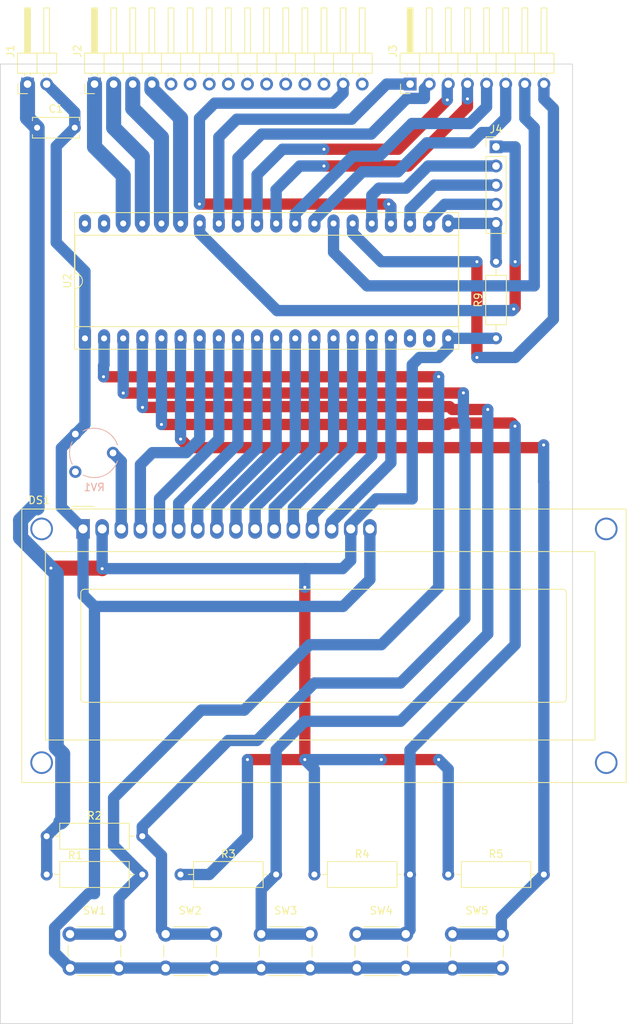
<source format=kicad_pcb>
(kicad_pcb (version 20211014) (generator pcbnew)
  (layers (0 "F.Cu" signal) (31 "B.Cu" signal) (34 "B.Paste" user) (35 "F.Paste" user) (36 "B.SilkS" user "B.Silkscreen") (37 "F.SilkS" user "F.Silkscreen") (38 "B.Mask" user) (39 "F.Mask" user) (44 "Edge.Cuts" user))
  (net 0 "")
  (net 1 "GND")
  (net 2 "+5V")
  (net 3 "Net-(DS1-Pad3)")
  (net 4 "LCD_RS")
  (net 5 "LCD_RW")
  (net 6 "LCD_E")
  (net 7 "/db0")
  (net 8 "/db1")
  (net 9 "/db2")
  (net 10 "/db3")
  (net 11 "/db4")
  (net 12 "/db5")
  (net 13 "/db6")
  (net 14 "/db7")
  (net 15 "SW1")
  (net 16 "SW2")
  (net 17 "SW3")
  (net 18 "SW4")
  (net 19 "SW5")
  (net 20 "6522_CS2")
  (net 21 "/a13")
  (net 22 "/a3")
  (net 23 "/a2")
  (net 24 "/a1")
  (net 25 "/a0")
  (net 26 "/a14")
  (net 27 "/a12")
  (net 28 "/a7")
  (net 29 "/a6")
  (net 30 "/a5")
  (net 31 "/a4")
  (net 32 "/a10")
  (net 33 "/a11")
  (net 34 "/a9")
  (net 35 "/a8")
  (net 37 "/d0")
  (net 38 "/d1")
  (net 39 "/d2")
  (net 40 "/d3")
  (net 41 "/d4")
  (net 42 "/d5")
  (net 43 "/d6")
  (net 44 "/d7")
  (net 45 "6502_IRQ")
  (net 46 "6502_RW")
  (net 47 "CLOCK_CIRC")
  (net 48 "RESET_CIRC")
  (footprint "Resistor_THT:R_Axial_DIN0309_L9.0mm_D3.2mm_P12.70mm_Horizontal" (layer "F.Cu") (at 90.17 139.7)
    (fp_text reference "R5" (at 6.35 -2.72) (layer "F.SilkS"))
    (fp_text value "1K")
    (pad "1" thru_hole circle locked (at 0 0) (size 1.6 1.6) (drill 0.8) (layers *.Cu *.Mask) (net 2 "+5V"))
    (pad "2" thru_hole oval locked (at 12.7 0) (size 1.6 1.6) (drill 0.8) (layers *.Cu *.Mask) (net 19 "SW5"))
  )
  (footprint "Capacitor_THT:C_Disc_D6.0mm_W2.5mm_P5.00mm" (layer "F.Cu") (at 35.56 40.64)
    (fp_text reference "C1" (at 2.5 -2.5) (layer "F.SilkS"))
    (fp_text value "0.1uF")
    (pad "1" thru_hole circle locked (at 0 0) (size 1.6 1.6) (drill 0.8) (layers *.Cu *.Mask) (net 2 "+5V"))
    (pad "2" thru_hole circle locked (at 5 0) (size 1.6 1.6) (drill 0.8) (layers *.Cu *.Mask) (net 1 "GND"))
  )
  (footprint "Resistor_THT:R_Axial_DIN0309_L9.0mm_D3.2mm_P12.70mm_Horizontal" (layer "F.Cu") (at 36.83 134.62)
    (fp_text reference "R2" (at 6.35 -2.72) (layer "F.SilkS"))
    (fp_text value "1K")
    (pad "1" thru_hole circle locked (at 0 0) (size 1.6 1.6) (drill 0.8) (layers *.Cu *.Mask) (net 2 "+5V"))
    (pad "2" thru_hole oval locked (at 12.7 0) (size 1.6 1.6) (drill 0.8) (layers *.Cu *.Mask) (net 16 "SW2"))
  )
  (footprint "Resistor_THT:R_Axial_DIN0309_L9.0mm_D3.2mm_P12.70mm_Horizontal" (layer "F.Cu") (at 54.61 139.7)
    (fp_text reference "R3" (at 6.35 -2.72) (layer "F.SilkS"))
    (fp_text value "1K")
    (pad "1" thru_hole circle locked (at 0 0) (size 1.6 1.6) (drill 0.8) (layers *.Cu *.Mask) (net 2 "+5V"))
    (pad "2" thru_hole oval locked (at 12.7 0) (size 1.6 1.6) (drill 0.8) (layers *.Cu *.Mask) (net 17 "SW3"))
  )
  (footprint "Connector_PinHeader_2.54mm:PinHeader_1x05_P2.54mm_Vertical" (layer "F.Cu") (at 96.52 43.18)
    (fp_text reference "J4" (at 0 -2.33) (layer "F.SilkS"))
    (fp_text value "Conn_01x05_Male")
    (pad "1" thru_hole rect locked (at 0 0) (size 1.7 1.7) (drill 1) (layers *.Cu *.Mask) (net 48 "RESET_CIRC"))
    (pad "2" thru_hole oval locked (at 0 2.54) (size 1.7 1.7) (drill 1) (layers *.Cu *.Mask) (net 47 "CLOCK_CIRC"))
    (pad "3" thru_hole oval locked (at 0 5.08) (size 1.7 1.7) (drill 1) (layers *.Cu *.Mask) (net 20 "6522_CS2"))
    (pad "4" thru_hole oval locked (at 0 7.62) (size 1.7 1.7) (drill 1) (layers *.Cu *.Mask) (net 46 "6502_RW"))
    (pad "5" thru_hole oval locked (at 0 10.16) (size 1.7 1.7) (drill 1) (layers *.Cu *.Mask) (net 45 "6502_IRQ"))
  )
  (footprint "Resistor_THT:R_Axial_DIN0207_L6.3mm_D2.5mm_P10.16mm_Horizontal" (layer "F.Cu") (at 96.52 68.58 90)
    (fp_text reference "R9" (at 5.08 -2.37 90) (layer "F.SilkS"))
    (fp_text value "3.3K")
    (pad "1" thru_hole circle locked (at 0 0 90) (size 1.6 1.6) (drill 0.8) (layers *.Cu *.Mask) (net 2 "+5V"))
    (pad "2" thru_hole oval locked (at 10.16 0 90) (size 1.6 1.6) (drill 0.8) (layers *.Cu *.Mask) (net 45 "6502_IRQ"))
  )
  (footprint "Button_Switch_THT:SW_PUSH_6mm_H4.3mm" (layer "F.Cu") (at 78.03 147.61)
    (fp_text reference "SW4" (at 3.25 -3.12) (layer "F.SilkS"))
    (fp_text value "SW_Push")
    (pad "1" thru_hole circle locked (at 0 0 90) (size 2 2) (drill 1.1) (layers *.Cu *.Mask) (net 18 "SW4"))
    (pad "1" thru_hole circle locked (at 6.5 0 90) (size 2 2) (drill 1.1) (layers *.Cu *.Mask) (net 18 "SW4"))
    (pad "2" thru_hole circle locked (at 6.5 4.5 90) (size 2 2) (drill 1.1) (layers *.Cu *.Mask) (net 1 "GND"))
    (pad "2" thru_hole circle locked (at 0 4.5 90) (size 2 2) (drill 1.1) (layers *.Cu *.Mask) (net 1 "GND"))
  )
  (footprint "Button_Switch_THT:SW_PUSH_6mm_H4.3mm" (layer "F.Cu") (at 65.33 147.61)
    (fp_text reference "SW3" (at 3.25 -3.12) (layer "F.SilkS"))
    (fp_text value "SW_Push")
    (pad "1" thru_hole circle locked (at 6.5 0 90) (size 2 2) (drill 1.1) (layers *.Cu *.Mask) (net 17 "SW3"))
    (pad "1" thru_hole circle locked (at 0 0 90) (size 2 2) (drill 1.1) (layers *.Cu *.Mask) (net 17 "SW3"))
    (pad "2" thru_hole circle locked (at 6.5 4.5 90) (size 2 2) (drill 1.1) (layers *.Cu *.Mask) (net 1 "GND"))
    (pad "2" thru_hole circle locked (at 0 4.5 90) (size 2 2) (drill 1.1) (layers *.Cu *.Mask) (net 1 "GND"))
  )
  (footprint "Display:WC1602A" (layer "F.Cu") (at 41.66 93.8625)
    (fp_text reference "DS1" (at -5.82 -3.81) (layer "F.SilkS"))
    (fp_text value "WC1602A")
    (pad "" thru_hole circle locked (at -5.4991 0) (size 3 3) (drill 2.5) (layers *.Cu *.Mask))
    (pad "" thru_hole circle locked (at 69.49948 31.0007) (size 3 3) (drill 2.5) (layers *.Cu *.Mask))
    (pad "" thru_hole circle locked (at 69.5 0) (size 3 3) (drill 2.5) (layers *.Cu *.Mask))
    (pad "" thru_hole circle locked (at -5.4991 31.0007) (size 3 3) (drill 2.5) (layers *.Cu *.Mask))
    (pad "1" thru_hole rect locked (at 0 0) (size 1.8 2.6) (drill 1.2) (layers *.Cu *.Mask) (net 1 "GND"))
    (pad "2" thru_hole oval locked (at 2.54 0) (size 1.8 2.6) (drill 1.2) (layers *.Cu *.Mask) (net 2 "+5V"))
    (pad "3" thru_hole oval locked (at 5.08 0) (size 1.8 2.6) (drill 1.2) (layers *.Cu *.Mask) (net 3 "Net-(DS1-Pad3)"))
    (pad "4" thru_hole oval locked (at 7.62 0) (size 1.8 2.6) (drill 1.2) (layers *.Cu *.Mask) (net 4 "LCD_RS"))
    (pad "5" thru_hole oval locked (at 10.16 0) (size 1.8 2.6) (drill 1.2) (layers *.Cu *.Mask) (net 5 "LCD_RW"))
    (pad "6" thru_hole oval locked (at 12.7 0) (size 1.8 2.6) (drill 1.2) (layers *.Cu *.Mask) (net 6 "LCD_E"))
    (pad "7" thru_hole oval locked (at 15.24 0) (size 1.8 2.6) (drill 1.2) (layers *.Cu *.Mask) (net 7 "/db0"))
    (pad "8" thru_hole oval locked (at 17.78 0) (size 1.8 2.6) (drill 1.2) (layers *.Cu *.Mask) (net 8 "/db1"))
    (pad "9" thru_hole oval locked (at 20.32 0) (size 1.8 2.6) (drill 1.2) (layers *.Cu *.Mask) (net 9 "/db2"))
    (pad "10" thru_hole oval locked (at 22.86 0) (size 1.8 2.6) (drill 1.2) (layers *.Cu *.Mask) (net 10 "/db3"))
    (pad "11" thru_hole oval locked (at 25.4 0) (size 1.8 2.6) (drill 1.2) (layers *.Cu *.Mask) (net 11 "/db4"))
    (pad "12" thru_hole oval locked (at 27.94 0) (size 1.8 2.6) (drill 1.2) (layers *.Cu *.Mask) (net 12 "/db5"))
    (pad "13" thru_hole oval locked (at 30.48 0) (size 1.8 2.6) (drill 1.2) (layers *.Cu *.Mask) (net 13 "/db6"))
    (pad "14" thru_hole oval locked (at 33.02 0) (size 1.8 2.6) (drill 1.2) (layers *.Cu *.Mask) (net 14 "/db7"))
    (pad "15" thru_hole oval locked (at 35.56 0) (size 1.8 2.6) (drill 1.2) (layers *.Cu *.Mask) (net 2 "+5V"))
    (pad "16" thru_hole oval locked (at 38.1 0) (size 1.8 2.6) (drill 1.2) (layers *.Cu *.Mask) (net 1 "GND"))
  )
  (footprint "Package_DIP:DIP-40_W15.24mm_Socket_LongPads" (layer "F.Cu") (at 41.915 68.585 90)
    (fp_text reference "U2" (at 7.62 -2.33 90) (layer "F.SilkS"))
    (fp_text value "W65C22SxP")
    (pad "1" thru_hole rect locked (at 0 0 90) (size 2.4 1.6) (drill 0.8) (layers *.Cu *.Mask) (net 1 "GND"))
    (pad "2" thru_hole oval locked (at 0 2.54 90) (size 2.4 1.6) (drill 0.8) (layers *.Cu *.Mask) (net 15 "SW1"))
    (pad "3" thru_hole oval locked (at 0 5.08 90) (size 2.4 1.6) (drill 0.8) (layers *.Cu *.Mask) (net 16 "SW2"))
    (pad "4" thru_hole oval locked (at 0 7.62 90) (size 2.4 1.6) (drill 0.8) (layers *.Cu *.Mask) (net 17 "SW3"))
    (pad "5" thru_hole oval locked (at 0 10.16 90) (size 2.4 1.6) (drill 0.8) (layers *.Cu *.Mask) (net 18 "SW4"))
    (pad "6" thru_hole oval locked (at 0 12.7 90) (size 2.4 1.6) (drill 0.8) (layers *.Cu *.Mask) (net 19 "SW5"))
    (pad "7" thru_hole oval locked (at 0 15.24 90) (size 2.4 1.6) (drill 0.8) (layers *.Cu *.Mask) (net 4 "LCD_RS"))
    (pad "8" thru_hole oval locked (at 0 17.78 90) (size 2.4 1.6) (drill 0.8) (layers *.Cu *.Mask) (net 5 "LCD_RW"))
    (pad "9" thru_hole oval locked (at 0 20.32 90) (size 2.4 1.6) (drill 0.8) (layers *.Cu *.Mask) (net 6 "LCD_E"))
    (pad "10" thru_hole oval locked (at 0 22.86 90) (size 2.4 1.6) (drill 0.8) (layers *.Cu *.Mask) (net 7 "/db0"))
    (pad "11" thru_hole oval locked (at 0 25.4 90) (size 2.4 1.6) (drill 0.8) (layers *.Cu *.Mask) (net 8 "/db1"))
    (pad "12" thru_hole oval locked (at 0 27.94 90) (size 2.4 1.6) (drill 0.8) (layers *.Cu *.Mask) (net 9 "/db2"))
    (pad "13" thru_hole oval locked (at 0 30.48 90) (size 2.4 1.6) (drill 0.8) (layers *.Cu *.Mask) (net 10 "/db3"))
    (pad "14" thru_hole oval locked (at 0 33.02 90) (size 2.4 1.6) (drill 0.8) (layers *.Cu *.Mask) (net 11 "/db4"))
    (pad "15" thru_hole oval locked (at 0 35.56 90) (size 2.4 1.6) (drill 0.8) (layers *.Cu *.Mask) (net 12 "/db5"))
    (pad "16" thru_hole oval locked (at 0 38.1 90) (size 2.4 1.6) (drill 0.8) (layers *.Cu *.Mask) (net 13 "/db6"))
    (pad "17" thru_hole oval locked (at 0 40.64 90) (size 2.4 1.6) (drill 0.8) (layers *.Cu *.Mask) (net 14 "/db7"))
    (pad "18" thru_hole oval locked (at 0 43.18 90) (size 2.4 1.6) (drill 0.8) (layers *.Cu *.Mask))
    (pad "19" thru_hole oval locked (at 0 45.72 90) (size 2.4 1.6) (drill 0.8) (layers *.Cu *.Mask))
    (pad "20" thru_hole oval locked (at 0 48.26 90) (size 2.4 1.6) (drill 0.8) (layers *.Cu *.Mask) (net 2 "+5V"))
    (pad "21" thru_hole oval locked (at 15.24 48.26 90) (size 2.4 1.6) (drill 0.8) (layers *.Cu *.Mask) (net 45 "6502_IRQ"))
    (pad "22" thru_hole oval locked (at 15.24 45.72 90) (size 2.4 1.6) (drill 0.8) (layers *.Cu *.Mask) (net 46 "6502_RW"))
    (pad "23" thru_hole oval locked (at 15.24 43.18 90) (size 2.4 1.6) (drill 0.8) (layers *.Cu *.Mask) (net 20 "6522_CS2"))
    (pad "24" thru_hole oval locked (at 15.24 40.64 90) (size 2.4 1.6) (drill 0.8) (layers *.Cu *.Mask) (net 21 "/a13"))
    (pad "25" thru_hole oval locked (at 15.24 38.1 90) (size 2.4 1.6) (drill 0.8) (layers *.Cu *.Mask) (net 47 "CLOCK_CIRC"))
    (pad "26" thru_hole oval locked (at 15.24 35.56 90) (size 2.4 1.6) (drill 0.8) (layers *.Cu *.Mask) (net 44 "/d7"))
    (pad "27" thru_hole oval locked (at 15.24 33.02 90) (size 2.4 1.6) (drill 0.8) (layers *.Cu *.Mask) (net 43 "/d6"))
    (pad "28" thru_hole oval locked (at 15.24 30.48 90) (size 2.4 1.6) (drill 0.8) (layers *.Cu *.Mask) (net 42 "/d5"))
    (pad "29" thru_hole oval locked (at 15.24 27.94 90) (size 2.4 1.6) (drill 0.8) (layers *.Cu *.Mask) (net 41 "/d4"))
    (pad "30" thru_hole oval locked (at 15.24 25.4 90) (size 2.4 1.6) (drill 0.8) (layers *.Cu *.Mask) (net 40 "/d3"))
    (pad "31" thru_hole oval locked (at 15.24 22.86 90) (size 2.4 1.6) (drill 0.8) (layers *.Cu *.Mask) (net 39 "/d2"))
    (pad "32" thru_hole oval locked (at 15.24 20.32 90) (size 2.4 1.6) (drill 0.8) (layers *.Cu *.Mask) (net 38 "/d1"))
    (pad "33" thru_hole oval locked (at 15.24 17.78 90) (size 2.4 1.6) (drill 0.8) (layers *.Cu *.Mask) (net 37 "/d0"))
    (pad "34" thru_hole oval locked (at 15.24 15.24 90) (size 2.4 1.6) (drill 0.8) (layers *.Cu *.Mask) (net 48 "RESET_CIRC"))
    (pad "35" thru_hole oval locked (at 15.24 12.7 90) (size 2.4 1.6) (drill 0.8) (layers *.Cu *.Mask) (net 22 "/a3"))
    (pad "36" thru_hole oval locked (at 15.24 10.16 90) (size 2.4 1.6) (drill 0.8) (layers *.Cu *.Mask) (net 23 "/a2"))
    (pad "37" thru_hole oval locked (at 15.24 7.62 90) (size 2.4 1.6) (drill 0.8) (layers *.Cu *.Mask) (net 24 "/a1"))
    (pad "38" thru_hole oval locked (at 15.24 5.08 90) (size 2.4 1.6) (drill 0.8) (layers *.Cu *.Mask) (net 25 "/a0"))
    (pad "39" thru_hole oval locked (at 15.24 2.54 90) (size 2.4 1.6) (drill 0.8) (layers *.Cu *.Mask))
    (pad "40" thru_hole oval locked (at 15.24 0 90) (size 2.4 1.6) (drill 0.8) (layers *.Cu *.Mask))
  )
  (footprint "Resistor_THT:R_Axial_DIN0309_L9.0mm_D3.2mm_P12.70mm_Horizontal" (layer "F.Cu") (at 36.83 139.7)
    (fp_text reference "R1" (at 3.81 -2.54) (layer "F.SilkS"))
    (fp_text value "1K")
    (pad "1" thru_hole circle locked (at 0 0) (size 1.6 1.6) (drill 0.8) (layers *.Cu *.Mask) (net 2 "+5V"))
    (pad "2" thru_hole oval locked (at 12.7 0) (size 1.6 1.6) (drill 0.8) (layers *.Cu *.Mask) (net 15 "SW1"))
  )
  (footprint "Resistor_THT:R_Axial_DIN0309_L9.0mm_D3.2mm_P12.70mm_Horizontal" (layer "F.Cu") (at 72.39 139.7)
    (fp_text reference "R4" (at 6.35 -2.72) (layer "F.SilkS"))
    (fp_text value "1K")
    (pad "1" thru_hole circle locked (at 0 0) (size 1.6 1.6) (drill 0.8) (layers *.Cu *.Mask) (net 2 "+5V"))
    (pad "2" thru_hole oval locked (at 12.7 0) (size 1.6 1.6) (drill 0.8) (layers *.Cu *.Mask) (net 18 "SW4"))
  )
  (footprint "Button_Switch_THT:SW_PUSH_6mm_H4.3mm" (layer "F.Cu") (at 52.63 147.61)
    (fp_text reference "SW2" (at 3.25 -3.12) (layer "F.SilkS"))
    (fp_text value "SW_Push")
    (pad "1" thru_hole circle locked (at 0 0 90) (size 2 2) (drill 1.1) (layers *.Cu *.Mask) (net 16 "SW2"))
    (pad "1" thru_hole circle locked (at 6.5 0 90) (size 2 2) (drill 1.1) (layers *.Cu *.Mask) (net 16 "SW2"))
    (pad "2" thru_hole circle locked (at 6.5 4.5 90) (size 2 2) (drill 1.1) (layers *.Cu *.Mask) (net 1 "GND"))
    (pad "2" thru_hole circle locked (at 0 4.5 90) (size 2 2) (drill 1.1) (layers *.Cu *.Mask) (net 1 "GND"))
  )
  (footprint "Connector_PinHeader_2.54mm:PinHeader_1x02_P2.54mm_Horizontal" (layer "F.Cu") (at 34.285 34.855 90)
    (fp_text reference "J1" (at 4.385 -2.27 90) (layer "F.SilkS"))
    (fp_text value "Conn_01x02_Male")
    (pad "1" thru_hole rect locked (at 0 0 90) (size 1.7 1.7) (drill 1) (layers *.Cu *.Mask) (net 2 "+5V"))
    (pad "2" thru_hole oval locked (at 0 2.54 90) (size 1.7 1.7) (drill 1) (layers *.Cu *.Mask) (net 1 "GND"))
  )
  (footprint "Connector_PinHeader_2.54mm:PinHeader_1x08_P2.54mm_Horizontal" (layer "F.Cu") (at 85.105 34.855 90)
    (fp_text reference "J3" (at 4.385 -2.27 90) (layer "F.SilkS"))
    (fp_text value "Conn_01x08_Male")
    (pad "1" thru_hole rect locked (at 0 0 90) (size 1.7 1.7) (drill 1) (layers *.Cu *.Mask) (net 37 "/d0"))
    (pad "2" thru_hole oval locked (at 0 2.54 90) (size 1.7 1.7) (drill 1) (layers *.Cu *.Mask) (net 38 "/d1"))
    (pad "3" thru_hole oval locked (at 0 5.08 90) (size 1.7 1.7) (drill 1) (layers *.Cu *.Mask) (net 39 "/d2"))
    (pad "4" thru_hole oval locked (at 0 7.62 90) (size 1.7 1.7) (drill 1) (layers *.Cu *.Mask) (net 40 "/d3"))
    (pad "5" thru_hole oval locked (at 0 10.16 90) (size 1.7 1.7) (drill 1) (layers *.Cu *.Mask) (net 41 "/d4"))
    (pad "6" thru_hole oval locked (at 0 12.7 90) (size 1.7 1.7) (drill 1) (layers *.Cu *.Mask) (net 42 "/d5"))
    (pad "7" thru_hole oval locked (at 0 15.24 90) (size 1.7 1.7) (drill 1) (layers *.Cu *.Mask) (net 43 "/d6"))
    (pad "8" thru_hole oval locked (at 0 17.78 90) (size 1.7 1.7) (drill 1) (layers *.Cu *.Mask) (net 44 "/d7"))
  )
  (footprint "Connector_PinHeader_2.54mm:PinHeader_1x15_P2.54mm_Horizontal" (layer "F.Cu") (at 43.185 34.855 90)
    (fp_text reference "J2" (at 4.385 -2.27 90) (layer "F.SilkS"))
    (fp_text value "Conn_01x15_Male")
    (pad "1" thru_hole rect locked (at 0 0 90) (size 1.7 1.7) (drill 1) (layers *.Cu *.Mask) (net 25 "/a0"))
    (pad "2" thru_hole oval locked (at 0 2.54 90) (size 1.7 1.7) (drill 1) (layers *.Cu *.Mask) (net 24 "/a1"))
    (pad "3" thru_hole oval locked (at 0 5.08 90) (size 1.7 1.7) (drill 1) (layers *.Cu *.Mask) (net 23 "/a2"))
    (pad "4" thru_hole oval locked (at 0 7.62 90) (size 1.7 1.7) (drill 1) (layers *.Cu *.Mask) (net 22 "/a3"))
    (pad "5" thru_hole oval locked (at 0 10.16 90) (size 1.7 1.7) (drill 1) (layers *.Cu *.Mask) (net 31 "/a4"))
    (pad "6" thru_hole oval locked (at 0 12.7 90) (size 1.7 1.7) (drill 1) (layers *.Cu *.Mask) (net 30 "/a5"))
    (pad "7" thru_hole oval locked (at 0 15.24 90) (size 1.7 1.7) (drill 1) (layers *.Cu *.Mask) (net 29 "/a6"))
    (pad "8" thru_hole oval locked (at 0 17.78 90) (size 1.7 1.7) (drill 1) (layers *.Cu *.Mask) (net 28 "/a7"))
    (pad "9" thru_hole oval locked (at 0 20.32 90) (size 1.7 1.7) (drill 1) (layers *.Cu *.Mask) (net 35 "/a8"))
    (pad "10" thru_hole oval locked (at 0 22.86 90) (size 1.7 1.7) (drill 1) (layers *.Cu *.Mask) (net 34 "/a9"))
    (pad "11" thru_hole oval locked (at 0 25.4 90) (size 1.7 1.7) (drill 1) (layers *.Cu *.Mask) (net 32 "/a10"))
    (pad "12" thru_hole oval locked (at 0 27.94 90) (size 1.7 1.7) (drill 1) (layers *.Cu *.Mask) (net 33 "/a11"))
    (pad "13" thru_hole oval locked (at 0 30.48 90) (size 1.7 1.7) (drill 1) (layers *.Cu *.Mask) (net 27 "/a12"))
    (pad "14" thru_hole oval locked (at 0 33.02 90) (size 1.7 1.7) (drill 1) (layers *.Cu *.Mask) (net 21 "/a13"))
    (pad "15" thru_hole oval locked (at 0 35.56 90) (size 1.7 1.7) (drill 1) (layers *.Cu *.Mask) (net 26 "/a14"))
  )
  (footprint "Button_Switch_THT:SW_PUSH_6mm_H4.3mm" (layer "F.Cu") (at 90.73 147.61)
    (fp_text reference "SW5" (at 3.25 -3.12) (layer "F.SilkS"))
    (fp_text value "SW_Push")
    (pad "1" thru_hole circle locked (at 0 0 90) (size 2 2) (drill 1.1) (layers *.Cu *.Mask) (net 19 "SW5"))
    (pad "1" thru_hole circle locked (at 6.5 0 90) (size 2 2) (drill 1.1) (layers *.Cu *.Mask) (net 19 "SW5"))
    (pad "2" thru_hole circle locked (at 6.5 4.5 90) (size 2 2) (drill 1.1) (layers *.Cu *.Mask) (net 1 "GND"))
    (pad "2" thru_hole circle locked (at 0 4.5 90) (size 2 2) (drill 1.1) (layers *.Cu *.Mask) (net 1 "GND"))
  )
  (footprint "Button_Switch_THT:SW_PUSH_6mm_H4.3mm" (layer "F.Cu") (at 39.93 147.61)
    (fp_text reference "SW1" (at 3.25 -3.12) (layer "F.SilkS"))
    (fp_text value "SW_Push")
    (pad "1" thru_hole circle locked (at 6.5 0 90) (size 2 2) (drill 1.1) (layers *.Cu *.Mask) (net 15 "SW1"))
    (pad "1" thru_hole circle locked (at 0 0 90) (size 2 2) (drill 1.1) (layers *.Cu *.Mask) (net 15 "SW1"))
    (pad "2" thru_hole circle locked (at 0 4.5 90) (size 2 2) (drill 1.1) (layers *.Cu *.Mask) (net 1 "GND"))
    (pad "2" thru_hole circle locked (at 6.5 4.5 90) (size 2 2) (drill 1.1) (layers *.Cu *.Mask) (net 1 "GND"))
  )
  (footprint "Potentiometer_THT:Potentiometer_Piher_PT-6-V_Vertical" (layer "B.Cu") (at 40.64 81.28)
    (fp_text reference "RV1" (at 2.5 7.06) (layer "B.SilkS") (effects (justify mirror)))
    (fp_text value "10K")
    (pad "1" thru_hole circle locked (at 0 0) (size 1.62 1.62) (drill 0.9) (layers *.Cu *.Mask) (net 1 "GND"))
    (pad "2" thru_hole circle locked (at 5 2.5) (size 1.62 1.62) (drill 0.9) (layers *.Cu *.Mask) (net 3 "Net-(DS1-Pad3)"))
    (pad "3" thru_hole circle locked (at 0 5) (size 1.62 1.62) (drill 0.9) (layers *.Cu *.Mask))
  )
  (gr_rect (start 30.68 32.2) (end 106.68 159.48) (layer "Edge.Cuts") (width 0.1) (fill none))
  (segment (start 41.66 102.62) (end 43.18 104.14) (width 1.5) (layer "B.Cu") (net 1))
  (segment (start 40.56 40.64) (end 40.56 38.59) (width 1.5) (layer "B.Cu") (net 1))
  (segment (start 79.76 100.584905) (end 76.204905 104.14) (width 1.5) (layer "B.Cu") (net 1))
  (segment (start 46.43 152.11) (end 52.63 152.11) (width 1.5) (layer "B.Cu") (net 1))
  (segment (start 42.401553 142.24) (end 43.18 142.24) (width 1.5) (layer "B.Cu") (net 1))
  (segment (start 79.76 93.8625) (end 79.76 100.584905) (width 1.5) (layer "B.Cu") (net 1))
  (segment (start 38.1 43.1) (end 40.56 40.64) (width 1.5) (layer "B.Cu") (net 1))
  (segment (start 38.780489 90.982989) (end 41.66 93.8625) (width 1.5) (layer "B.Cu") (net 1))
  (segment (start 41.915 59.695) (end 38.1 55.88) (width 1.5) (layer "B.Cu") (net 1))
  (segment (start 41.915 68.585) (end 41.915 59.695) (width 1.5) (layer "B.Cu") (net 1))
  (segment (start 41.915 80.005) (end 40.64 81.28) (width 1.5) (layer "B.Cu") (net 1))
  (segment (start 40.56 38.59) (end 36.825 34.855) (width 1.5) (layer "B.Cu") (net 1))
  (segment (start 65.33 152.11) (end 59.13 152.11) (width 1.5) (layer "B.Cu") (net 1))
  (segment (start 43.18 142.24) (end 43.18 104.14) (width 1.5) (layer "B.Cu") (net 1))
  (segment (start 40.64 81.28) (end 38.780489 83.139511) (width 1.5) (layer "B.Cu") (net 1))
  (segment (start 38.1 55.88) (end 38.1 43.1) (width 1.5) (layer "B.Cu") (net 1))
  (segment (start 78.03 152.11) (end 84.53 152.11) (width 1.5) (layer "B.Cu") (net 1))
  (segment (start 97.23 152.11) (end 90.73 152.11) (width 1.5) (layer "B.Cu") (net 1))
  (segment (start 41.915 68.585) (end 41.915 80.005) (width 1.5) (layer "B.Cu") (net 1))
  (segment (start 37.880489 150.060489) (end 37.880489 146.761064) (width 1.5) (layer "B.Cu") (net 1))
  (segment (start 78.03 152.11) (end 71.83 152.11) (width 1.5) (layer "B.Cu") (net 1))
  (segment (start 43.18 104.14) (end 76.204905 104.14) (width 1.5) (layer "B.Cu") (net 1))
  (segment (start 39.93 152.11) (end 37.880489 150.060489) (width 1.5) (layer "B.Cu") (net 1))
  (segment (start 90.73 152.11) (end 84.53 152.11) (width 1.5) (layer "B.Cu") (net 1))
  (segment (start 37.880489 146.761064) (end 42.401553 142.24) (width 1.5) (layer "B.Cu") (net 1))
  (segment (start 38.780489 83.139511) (end 38.780489 90.982989) (width 1.5) (layer "B.Cu") (net 1))
  (segment (start 41.66 93.8625) (end 41.66 102.62) (width 1.5) (layer "B.Cu") (net 1))
  (segment (start 52.63 152.11) (end 59.13 152.11) (width 1.5) (layer "B.Cu") (net 1))
  (segment (start 39.93 152.11) (end 46.43 152.11) (width 1.5) (layer "B.Cu") (net 1))
  (segment (start 71.83 152.11) (end 65.33 152.11) (width 1.5) (layer "B.Cu") (net 1))
  (segment (start 37.399292 99.06) (end 44.12302 99.06) (width 2) (layer "F.Cu") (net 2))
  (segment (start 71.12 101.6) (end 71.12 124.46) (width 1.5) (layer "F.Cu") (net 2))
  (segment (start 81.28 124.46) (end 88.9 124.46) (width 1.5) (layer "F.Cu") (net 2))
  (segment (start 44.12302 99.06) (end 44.196475 99.133455) (width 2) (layer "F.Cu") (net 2))
  (segment (start 63.5 124.46) (end 71.12 124.46) (width 1.5) (layer "F.Cu") (net 2))
  (via (at 81.28 124.46) (size 1.5) (drill 0.4) (layers "F.Cu" "B.Cu") (net 2))
  (via (at 88.9 124.46) (size 1.5) (drill 0.4) (layers "F.Cu" "B.Cu") (net 2))
  (via (at 44.196475 99.133455) (size 1.5) (drill 0.4) (layers "F.Cu" "B.Cu") (net 2))
  (via (at 37.399292 99.06) (size 1.5) (drill 0.4) (layers "F.Cu" "B.Cu") (net 2))
  (via (at 71.12 101.6) (size 1.5) (drill 0.4) (layers "F.Cu" "B.Cu") (net 2))
  (via (at 63.5 124.46) (size 1.5) (drill 0.4) (layers "F.Cu" "B.Cu") (net 2))
  (via (at 71.12 124.46) (size 1.5) (drill 0.4) (layers "F.Cu" "B.Cu") (net 2))
  (segment (start 90.175 69.845) (end 90.175 68.585) (width 1.5) (layer "B.Cu") (net 2))
  (segment (start 38.1 122.843192) (end 38.960411 123.703603) (width 2) (layer "B.Cu") (net 2))
  (segment (start 33.361389 95.022097) (end 37.399292 99.06) (width 2) (layer "B.Cu") (net 2))
  (segment (start 71.12 101.6) (end 71.12 99.19986) (width 1.5) (layer "B.Cu") (net 2))
  (segment (start 63.5 134.62) (end 58.42 139.7) (width 1.5) (layer "B.Cu") (net 2))
  (segment (start 44.2 99.12993) (end 71.18993 99.12993) (width 1.5) (layer "B.Cu") (net 2))
  (segment (start 85.38711 72.09289) (end 85.38711 89.87289) (width 1.5) (layer "B.Cu") (net 2))
  (segment (start 88.9 71.12) (end 90.175 69.845) (width 1.5) (layer "B.Cu") (net 2))
  (segment (start 72.39 125.73) (end 72.39 139.7) (width 1.5) (layer "B.Cu") (net 2))
  (segment (start 77.22 93.245463) (end 77.22 93.8625) (width 1.5) (layer "B.Cu") (net 2))
  (segment (start 38.960411 123.703603) (end 38.960411 132.489589) (width 2) (layer "B.Cu") (net 2))
  (segment (start 35.001303 91.062989) (end 33.361389 92.702903) (width 2) (layer "B.Cu") (net 2))
  (segment (start 81.28 124.46) (end 71.12 124.46) (width 1.5) (layer "B.Cu") (net 2))
  (segment (start 44.2 99.12993) (end 44.196475 99.133455) (width 1.5) (layer "B.Cu") (net 2))
  (segment (start 35.56 91.062989) (end 35.001303 91.062989) (width 2) (layer "B.Cu") (net 2))
  (segment (start 85.38711 89.87289) (end 80.592573 89.87289) (width 1.5) (layer "B.Cu") (net 2))
  (segment (start 34.285 39.365) (end 35.56 40.64) (width 2) (layer "B.Cu") (net 2))
  (segment (start 38.960411 132.489589) (end 38.710411 132.739589) (width 2) (layer "B.Cu") (net 2))
  (segment (start 37.399292 99.06) (end 38.1 99.760708) (width 2) (layer "B.Cu") (net 2))
  (segment (start 76.13007 99.12993) (end 77.22 98.04) (width 1.5) (layer "B.Cu") (net 2))
  (segment (start 77.22 93.8625) (end 77.22 98.04) (width 1.5) (layer "B.Cu") (net 2))
  (segment (start 36.83 139.7) (end 36.83 134.62) (width 1.5) (layer "B.Cu") (net 2))
  (segment (start 71.18993 99.12993) (end 76.13007 99.12993) (width 1.5) (layer "B.Cu") (net 2))
  (segment (start 85.38711 72.09289) (end 86.36 71.12) (width 1.5) (layer "B.Cu") (net 2))
  (segment (start 38.1 99.760708) (end 38.1 122.843192) (width 2) (layer "B.Cu") (net 2))
  (segment (start 96.52 68.58) (end 90.18 68.58) (width 1.5) (layer "B.Cu") (net 2))
  (segment (start 90.18 68.58) (end 90.175 68.585) (width 1.5) (layer "B.Cu") (net 2))
  (segment (start 58.42 139.7) (end 54.61 139.7) (width 1.5) (layer "B.Cu") (net 2))
  (segment (start 33.361389 92.702903) (end 33.361389 95.022097) (width 2) (layer "B.Cu") (net 2))
  (segment (start 86.36 71.12) (end 88.9 71.12) (width 1.5) (layer "B.Cu") (net 2))
  (segment (start 44.2 93.8625) (end 44.2 99.12993) (width 1.5) (layer "B.Cu") (net 2))
  (segment (start 63.5 124.46) (end 63.5 134.62) (width 1.5) (layer "B.Cu") (net 2))
  (segment (start 71.12 124.46) (end 72.39 125.73) (width 1.5) (layer "B.Cu") (net 2))
  (segment (start 35.56 40.64) (end 35.56 91.062989) (width 2) (layer "B.Cu") (net 2))
  (segment (start 88.9 124.46) (end 90.17 125.73) (width 1.5) (layer "B.Cu") (net 2))
  (segment (start 90.17 125.73) (end 90.17 139.7) (width 1.5) (layer "B.Cu") (net 2))
  (segment (start 34.285 34.855) (end 34.285 39.365) (width 2) (layer "B.Cu") (net 2))
  (segment (start 36.83 134.62) (end 38.710411 132.739589) (width 1.5) (layer "B.Cu") (net 2))
  (segment (start 80.592573 89.87289) (end 77.22 93.245463) (width 1.5) (layer "B.Cu") (net 2))
  (segment (start 71.12 99.19986) (end 71.18993 99.12993) (width 1.5) (layer "B.Cu") (net 2))
  (segment (start 46.74 84.88) (end 46.74 93.8625) (width 1.5) (layer "B.Cu") (net 3))
  (segment (start 45.64 83.78) (end 46.74 84.88) (width 1.5) (layer "B.Cu") (net 3))
  (segment (start 49.28 85.34) (end 49.28 93.8625) (width 1.5) (layer "B.Cu") (net 4))
  (segment (start 57.155 68.585) (end 57.155 81.949806) (width 1.5) (layer "B.Cu") (net 4))
  (segment (start 57.155 81.949806) (end 55.360385 83.744421) (width 1.5) (layer "B.Cu") (net 4))
  (segment (start 50.875579 83.744421) (end 49.28 85.34) (width 1.5) (layer "B.Cu") (net 4))
  (segment (start 55.360385 83.744421) (end 50.875579 83.744421) (width 1.5) (layer "B.Cu") (net 4))
  (segment (start 59.695 68.585) (end 59.695 81.954711) (width 1.5) (layer "B.Cu") (net 5))
  (segment (start 51.82 89.829711) (end 51.82 93.8625) (width 1.5) (layer "B.Cu") (net 5))
  (segment (start 59.695 81.954711) (end 51.82 89.829711) (width 1.5) (layer "B.Cu") (net 5))
  (segment (start 62.235 68.585) (end 62.235 82.545) (width 1.5) (layer "B.Cu") (net 6))
  (segment (start 62.235 82.545) (end 54.36 90.42) (width 1.5) (layer "B.Cu") (net 6))
  (segment (start 54.36 90.42) (end 54.36 93.8625) (width 1.5) (layer "B.Cu") (net 6))
  (segment (start 64.775 68.585) (end 64.775 83.153158) (width 1.5) (layer "B.Cu") (net 7))
  (segment (start 64.775 83.153158) (end 56.9 91.028158) (width 1.5) (layer "B.Cu") (net 7))
  (segment (start 56.9 91.028158) (end 56.9 93.8625) (width 1.5) (layer "B.Cu") (net 7))
  (segment (start 67.315 83.158064) (end 59.44 91.033064) (width 1.5) (layer "B.Cu") (net 8))
  (segment (start 67.315 68.585) (end 67.315 83.158064) (width 1.5) (layer "B.Cu") (net 8))
  (segment (start 59.44 91.033064) (end 59.44 93.8625) (width 1.5) (layer "B.Cu") (net 8))
  (segment (start 61.98 91.03797) (end 61.98 93.8625) (width 1.5) (layer "B.Cu") (net 9))
  (segment (start 69.855 68.585) (end 69.855 83.16297) (width 1.5) (layer "B.Cu") (net 9))
  (segment (start 69.855 83.16297) (end 61.98 91.03797) (width 1.5) (layer "B.Cu") (net 9))
  (segment (start 72.395 83.167876) (end 64.52 91.042876) (width 1.5) (layer "B.Cu") (net 10))
  (segment (start 64.52 91.042876) (end 64.52 93.8625) (width 1.5) (layer "B.Cu") (net 10))
  (segment (start 72.395 68.585) (end 72.395 83.167876) (width 1.5) (layer "B.Cu") (net 10))
  (segment (start 74.935 68.585) (end 74.935 83.172782) (width 1.5) (layer "B.Cu") (net 11))
  (segment (start 74.935 83.172782) (end 67.06 91.047782) (width 1.5) (layer "B.Cu") (net 11))
  (segment (start 67.06 91.047782) (end 67.06 93.8625) (width 1.5) (layer "B.Cu") (net 11))
  (segment (start 77.475 83.177688) (end 69.6 91.052688) (width 1.5) (layer "B.Cu") (net 12))
  (segment (start 69.6 91.052688) (end 69.6 93.8625) (width 1.5) (layer "B.Cu") (net 12))
  (segment (start 77.475 68.585) (end 77.475 83.177688) (width 1.5) (layer "B.Cu") (net 12))
  (segment (start 80.015 68.585) (end 80.015 84.133797) (width 1.5) (layer "B.Cu") (net 13))
  (segment (start 80.015 84.133797) (end 72.14 92.008797) (width 1.5) (layer "B.Cu") (net 13))
  (segment (start 72.14 92.008797) (end 72.14 93.8625) (width 1.5) (layer "B.Cu") (net 13))
  (segment (start 74.68 92.96) (end 82.555 85.085) (width 1.5) (layer "B.Cu") (net 14))
  (segment (start 74.68 93.8625) (end 74.68 92.96) (width 1.5) (layer "B.Cu") (net 14))
  (segment (start 82.555 85.085) (end 82.555 68.585) (width 1.5) (layer "B.Cu") (net 14))
  (segment (start 44.381356 73.677437) (end 88.882563 73.677437) (width 1.5) (layer "F.Cu") (net 15))
  (segment (start 88.882563 73.677437) (end 88.9 73.66) (width 1.5) (layer "F.Cu") (net 15))
  (via (at 88.9 73.66) (size 1.5) (drill 0.4) (layers "F.Cu" "B.Cu") (net 15))
  (via (at 44.381356 73.677437) (size 1.5) (drill 0.4) (layers "F.Cu" "B.Cu") (net 15))
  (segment (start 44.433965 72.129988) (end 44.381356 72.182597) (width 1.5) (layer "B.Cu") (net 15))
  (segment (start 44.455 68.585) (end 44.455 72.108953) (width 1.5) (layer "B.Cu") (net 15))
  (segment (start 44.381356 72.182597) (end 44.381356 73.677437) (width 1.5) (layer "B.Cu") (net 15))
  (segment (start 49.53 139.7) (end 45.72 135.89) (width 1.5) (layer "B.Cu") (net 15))
  (segment (start 45.72 129.54) (end 57.365866 117.894134) (width 1.5) (layer "B.Cu") (net 15))
  (segment (start 46.43 147.61) (end 39.93 147.61) (width 1.5) (layer "B.Cu") (net 15))
  (segment (start 57.365866 117.894134) (end 63.078413 117.894134) (width 1.5) (layer "B.Cu") (net 15))
  (segment (start 63.078413 117.894134) (end 71.752547 109.22) (width 1.5) (layer "B.Cu") (net 15))
  (segment (start 46.43 142.8) (end 49.53 139.7) (width 1.5) (layer "B.Cu") (net 15))
  (segment (start 44.455 72.108953) (end 44.433965 72.129988) (width 1.5) (layer "B.Cu") (net 15))
  (segment (start 46.43 147.61) (end 46.43 142.8) (width 1.5) (layer "B.Cu") (net 15))
  (segment (start 45.72 135.89) (end 45.72 129.54) (width 1.5) (layer "B.Cu") (net 15))
  (segment (start 81.28 109.22) (end 88.9 101.6) (width 1.5) (layer "B.Cu") (net 15))
  (segment (start 71.752547 109.22) (end 81.28 109.22) (width 1.5) (layer "B.Cu") (net 15))
  (segment (start 88.9 101.6) (end 88.9 73.66) (width 1.5) (layer "B.Cu") (net 15))
  (segment (start 92.184189 75.814118) (end 92.158072 75.840235) (width 1.5) (layer "F.Cu") (net 16))
  (segment (start 92.158072 75.840235) (end 47.00293 75.840235) (width 1.5) (layer "F.Cu") (net 16))
  (via (at 47.00293 75.840235) (size 1.5) (drill 0.4) (layers "F.Cu" "B.Cu") (net 16))
  (via (at 92.184189 75.814118) (size 1.5) (drill 0.4) (layers "F.Cu" "B.Cu") (net 16))
  (segment (start 52.63 147.61) (end 59.13 147.61) (width 1.5) (layer "B.Cu") (net 16))
  (segment (start 60.96 121.92) (end 49.53 133.35) (width 1.5) (layer "B.Cu") (net 16))
  (segment (start 52.084188 137.174188) (end 49.53 134.62) (width 1.5) (layer "B.Cu") (net 16))
  (segment (start 46.995 75.832305) (end 47.00293 75.840235) (width 1.5) (layer "B.Cu") (net 16))
  (segment (start 92.39088 79.695786) (end 92.39088 105.72912) (width 1.5) (layer "B.Cu") (net 16))
  (segment (start 92.39088 105.72912) (end 83.82 114.3) (width 1.5) (layer "B.Cu") (net 16))
  (segment (start 92.184189 75.814118) (end 92.184189 79.489095) (width 1.5) (layer "B.Cu") (net 16))
  (segment (start 72.386321 114.3) (end 64.766321 121.92) (width 1.5) (layer "B.Cu") (net 16))
  (segment (start 52.084188 147.064188) (end 52.084188 137.174188) (width 1.5) (layer "B.Cu") (net 16))
  (segment (start 52.63 147.61) (end 52.084188 147.064188) (width 1.5) (layer "B.Cu") (net 16))
  (segment (start 92.184189 79.489095) (end 92.39088 79.695786) (width 1.5) (layer "B.Cu") (net 16))
  (segment (start 49.53 133.35) (end 49.53 134.62) (width 1.5) (layer "B.Cu") (net 16))
  (segment (start 46.995 68.585) (end 46.995 73.774001) (width 1.5) (layer "B.Cu") (net 16))
  (segment (start 83.82 114.3) (end 72.386321 114.3) (width 1.5) (layer "B.Cu") (net 16))
  (segment (start 46.995 73.774001) (end 46.995 75.832305) (width 1.5) (layer "B.Cu") (net 16))
  (segment (start 64.766321 121.92) (end 60.96 121.92) (width 1.5) (layer "B.Cu") (net 16))
  (segment (start 95.422351 78.018824) (end 90.713918 78.018824) (width 1.5) (layer "F.Cu") (net 17))
  (segment (start 52.456891 77.639755) (end 52.35577 77.740876) (width 1.5) (layer "F.Cu") (net 17))
  (segment (start 90.713918 78.018824) (end 90.334849 77.639755) (width 1.5) (layer "F.Cu") (net 17))
  (segment (start 52.35577 77.740876) (end 49.558964 77.740876) (width 1.5) (layer "F.Cu") (net 17))
  (segment (start 90.334849 77.639755) (end 52.456891 77.639755) (width 1.5) (layer "F.Cu") (net 17))
  (via (at 49.558964 77.740876) (size 1.5) (drill 0.4) (layers "F.Cu" "B.Cu") (net 17))
  (via (at 95.422351 78.018824) (size 1.5) (drill 0.4) (layers "F.Cu" "B.Cu") (net 17))
  (segment (start 65.33 147.61) (end 65.33 141.68) (width 1.5) (layer "B.Cu") (net 17))
  (segment (start 83.82 119.38) (end 71.117547 119.38) (width 1.5) (layer "B.Cu") (net 17))
  (segment (start 71.83 147.61) (end 65.33 147.61) (width 1.5) (layer "B.Cu") (net 17))
  (segment (start 65.33 141.68) (end 67.31 139.7) (width 1.5) (layer "B.Cu") (net 17))
  (segment (start 71.117547 119.38) (end 67.31 123.187547) (width 1.5) (layer "B.Cu") (net 17))
  (segment (start 49.535 77.716912) (end 49.558964 77.740876) (width 1.5) (layer "B.Cu") (net 17))
  (segment (start 49.535 68.585) (end 49.535 77.716912) (width 1.5) (layer "B.Cu") (net 17))
  (segment (start 95.422351 78.018824) (end 95.422351 107.777649) (width 1.5) (layer "B.Cu") (net 17))
  (segment (start 67.31 123.187547) (end 67.31 139.7) (width 1.5) (layer "B.Cu") (net 17))
  (segment (start 95.422351 107.777649) (end 83.82 119.38) (width 1.5) (layer "B.Cu") (net 17))
  (segment (start 90.341844 79.818344) (end 98.628132 79.818344) (width 1.5) (layer "F.Cu") (net 18))
  (segment (start 90.155188 80.005) (end 90.341844 79.818344) (width 1.5) (layer "F.Cu") (net 18))
  (segment (start 52.075 80.005) (end 90.155188 80.005) (width 1.5) (layer "F.Cu") (net 18))
  (segment (start 98.628132 79.818344) (end 99.041158 80.23137) (width 1.5) (layer "F.Cu") (net 18))
  (via (at 52.075 80.005) (size 1.5) (drill 0.4) (layers "F.Cu" "B.Cu") (net 18))
  (via (at 99.041158 80.23137) (size 1.5) (drill 0.4) (layers "F.Cu" "B.Cu") (net 18))
  (segment (start 99.06 109.22) (end 99.06 80.250212) (width 1.5) (layer "B.Cu") (net 18))
  (segment (start 85.09 139.7) (end 85.09 147.05) (width 1.5) (layer "B.Cu") (net 18))
  (segment (start 85.09 123.19) (end 99.06 109.22) (width 1.5) (layer "B.Cu") (net 18))
  (segment (start 52.075 77.073897) (end 52.075 77.465) (width 1.5) (layer "B.Cu") (net 18))
  (segment (start 99.06 80.250212) (end 99.041158 80.23137) (width 1.5) (layer "B.Cu") (net 18))
  (segment (start 78.03 147.61) (end 84.53 147.61) (width 1.5) (layer "B.Cu") (net 18))
  (segment (start 52.075 77.465) (end 52.075 80.005) (width 1.5) (layer "B.Cu") (net 18))
  (segment (start 85.09 147.05) (end 84.53 147.61) (width 1.5) (layer "B.Cu") (net 18))
  (segment (start 85.09 139.7) (end 85.09 123.19) (width 1.5) (layer "B.Cu") (net 18))
  (segment (start 52.075 68.585) (end 52.075 77.073897) (width 1.5) (layer "B.Cu") (net 18))
  (segment (start 102.484784 83.07952) (end 102.842439 82.721865) (width 1.5) (layer "F.Cu") (net 19))
  (segment (start 54.615 81.944901) (end 55.749619 83.07952) (width 1.5) (layer "F.Cu") (net 19))
  (segment (start 55.749619 83.07952) (end 102.484784 83.07952) (width 1.5) (layer "F.Cu") (net 19))
  (via (at 102.842439 82.721865) (size 1.5) (drill 0.4) (layers "F.Cu" "B.Cu") (net 19))
  (via (at 54.615 81.944901) (size 1.5) (drill 0.4) (layers "F.Cu" "B.Cu") (net 19))
  (segment (start 102.842439 87.602439) (end 102.87 87.63) (width 1.5) (layer "B.Cu") (net 19))
  (segment (start 97.23 147.61) (end 97.23 145.34) (width 1.5) (layer "B.Cu") (net 19))
  (segment (start 102.842439 82.721865) (end 102.842439 87.602439) (width 1.5) (layer "B.Cu") (net 19))
  (segment (start 90.73 147.61) (end 97.23 147.61) (width 1.5) (layer "B.Cu") (net 19))
  (segment (start 97.23 145.34) (end 102.87 139.7) (width 1.5) (layer "B.Cu") (net 19))
  (segment (start 102.87 87.63) (end 102.87 139.7) (width 1.5) (layer "B.Cu") (net 19))
  (segment (start 54.615 68.585) (end 54.615 81.944901) (width 1.5) (layer "B.Cu") (net 19))
  (segment (start 85.095 51.445) (end 88.28 48.26) (width 1.5) (layer "B.Cu") (net 20))
  (segment (start 88.28 48.26) (end 96.52 48.26) (width 1.5) (layer "B.Cu") (net 20))
  (segment (start 85.095 53.345) (end 85.095 51.445) (width 1.5) (layer "B.Cu") (net 20))
  (segment (start 57.124985 50.774985) (end 82.259408 50.774985) (width 1.5) (layer "F.Cu") (net 21))
  (via (at 82.259408 50.774985) (size 1.5) (drill 0.4) (layers "F.Cu" "B.Cu") (net 21))
  (via (at 57.124985 50.774985) (size 1.5) (drill 0.4) (layers "F.Cu" "B.Cu") (net 21))
  (segment (start 76.205 34.855) (end 76.205 36.057081) (width 1.5) (layer "B.Cu") (net 21))
  (segment (start 82.555 51.070577) (end 82.259408 50.774985) (width 1.5) (layer "B.Cu") (net 21))
  (segment (start 59.135035 37.384965) (end 57.124985 39.395015) (width 1.5) (layer "B.Cu") (net 21))
  (segment (start 82.555 53.345) (end 82.555 51.070577) (width 1.5) (layer "B.Cu") (net 21))
  (segment (start 57.124985 39.395015) (end 57.124985 50.774985) (width 1.5) (layer "B.Cu") (net 21))
  (segment (start 76.205 36.057081) (end 74.877116 37.384965) (width 1.5) (layer "B.Cu") (net 21))
  (segment (start 74.877116 37.384965) (end 59.135035 37.384965) (width 1.5) (layer "B.Cu") (net 21))
  (segment (start 50.805 35.565) (end 54.615 39.375) (width 2) (layer "B.Cu") (net 22))
  (segment (start 54.615 39.375) (end 54.615 53.345) (width 2) (layer "B.Cu") (net 22))
  (segment (start 50.805 34.855) (end 50.805 35.565) (width 2) (layer "B.Cu") (net 22))
  (segment (start 48.265 38.105) (end 52.075 41.915) (width 2) (layer "B.Cu") (net 23))
  (segment (start 48.265 34.855) (end 48.265 38.105) (width 2) (layer "B.Cu") (net 23))
  (segment (start 52.075 41.915) (end 52.075 53.345) (width 2) (layer "B.Cu") (net 23))
  (segment (start 49.535 44.455) (end 49.535 53.345) (width 2) (layer "B.Cu") (net 24))
  (segment (start 45.725 34.855) (end 45.725 40.645) (width 2) (layer "B.Cu") (net 24))
  (segment (start 45.725 40.645) (end 49.535 44.455) (width 2) (layer "B.Cu") (net 24))
  (segment (start 43.185 43.185) (end 46.995 46.995) (width 2) (layer "B.Cu") (net 25))
  (segment (start 43.185 34.855) (end 43.185 43.185) (width 2) (layer "B.Cu") (net 25))
  (segment (start 46.995 46.995) (end 46.995 53.345) (width 2) (layer "B.Cu") (net 25))
  (segment (start 59.695 41.905) (end 59.695 53.345) (width 1.5) (layer "B.Cu") (net 37))
  (segment (start 62.081266 39.518734) (end 59.695 41.905) (width 1.5) (layer "B.Cu") (net 37))
  (segment (start 81.985 34.855) (end 77.321266 39.518734) (width 1.5) (layer "B.Cu") (net 37))
  (segment (start 85.105 34.855) (end 81.985 34.855) (width 1.5) (layer "B.Cu") (net 37))
  (segment (start 77.321266 39.518734) (end 62.081266 39.518734) (width 1.5) (layer "B.Cu") (net 37))
  (segment (start 87.004511 35.495489) (end 87.004511 36.754511) (width 1.5) (layer "B.Cu") (net 38))
  (segment (start 79.940245 41.485802) (end 65.38689 41.485802) (width 1.5) (layer "B.Cu") (net 38))
  (segment (start 87.645 34.855) (end 87.004511 35.495489) (width 1.5) (layer "B.Cu") (net 38))
  (segment (start 84.671536 36.754511) (end 79.940245 41.485802) (width 1.5) (layer "B.Cu") (net 38))
  (segment (start 62.235 44.637692) (end 62.235 53.345) (width 1.5) (layer "B.Cu") (net 38))
  (segment (start 65.38689 41.485802) (end 62.235 44.637692) (width 1.5) (layer "B.Cu") (net 38))
  (segment (start 87.004511 36.754511) (end 84.671536 36.754511) (width 1.5) (layer "B.Cu") (net 38))
  (segment (start 73.66 43.49856) (end 83.50144 43.49856) (width 1.5) (layer "F.Cu") (net 39))
  (segment (start 83.50144 43.49856) (end 90.043324 36.956676) (width 1.5) (layer "F.Cu") (net 39))
  (via (at 90.043324 36.956676) (size 1.5) (drill 0.4) (layers "F.Cu" "B.Cu") (net 39))
  (via (at 73.66 43.49856) (size 1.5) (drill 0.4) (layers "F.Cu" "B.Cu") (net 39))
  (segment (start 90.043324 34.996676) (end 90.043324 36.956676) (width 1.5) (layer "B.Cu") (net 39))
  (segment (start 68.154056 43.49856) (end 64.775 46.877616) (width 1.5) (layer "B.Cu") (net 39))
  (segment (start 64.775 46.877616) (end 64.775 53.345) (width 1.5) (layer "B.Cu") (net 39))
  (segment (start 73.66 43.49856) (end 68.154056 43.49856) (width 1.5) (layer "B.Cu") (net 39))
  (segment (start 90.185 34.855) (end 90.043324 34.996676) (width 1.5) (layer "B.Cu") (net 39))
  (segment (start 92.725 37.86051) (end 92.725 36.815) (width 1.5) (layer "F.Cu") (net 40))
  (segment (start 73.66 45.72) (end 84.86551 45.72) (width 1.5) (layer "F.Cu") (net 40))
  (segment (start 84.86551 45.72) (end 92.725 37.86051) (width 1.5) (layer "F.Cu") (net 40))
  (via (at 92.725 36.815) (size 1.5) (drill 0.4) (layers "F.Cu" "B.Cu") (net 40))
  (via (at 73.66 45.72) (size 1.5) (drill 0.4) (layers "F.Cu" "B.Cu") (net 40))
  (segment (start 70.45761 45.72) (end 73.66 45.72) (width 1.5) (layer "B.Cu") (net 40))
  (segment (start 67.315 53.345) (end 67.315 48.910832) (width 1.5) (layer "B.Cu") (net 40))
  (segment (start 67.290889 48.886721) (end 70.45761 45.72) (width 1.5) (layer "B.Cu") (net 40))
  (segment (start 92.725 34.855) (end 92.725 36.815) (width 1.5) (layer "B.Cu") (net 40))
  (segment (start 67.315 48.910832) (end 67.290889 48.886721) (width 1.5) (layer "B.Cu") (net 40))
  (segment (start 81.007129 44.419734) (end 77.500266 44.419734) (width 1.5) (layer "B.Cu") (net 41))
  (segment (start 74.40048 47.51952) (end 69.855 52.065) (width 1.5) (layer "B.Cu") (net 41))
  (segment (start 95.265 37.865404) (end 93.044888 40.085516) (width 1.5) (layer "B.Cu") (net 41))
  (segment (start 75.45952 46.46048) (end 75.45952 46.465385) (width 1.5) (layer "B.Cu") (net 41))
  (segment (start 77.500266 44.419734) (end 75.45952 46.46048) (width 1.5) (layer "B.Cu") (net 41))
  (segment (start 95.265 34.855) (end 95.265 37.865404) (width 1.5) (layer "B.Cu") (net 41))
  (segment (start 69.855 52.065) (end 69.855 53.345) (width 1.5) (layer "B.Cu") (net 41))
  (segment (start 75.45952 46.465385) (end 74.405385 47.51952) (width 1.5) (layer "B.Cu") (net 41))
  (segment (start 93.044888 40.085516) (end 85.341347 40.085516) (width 1.5) (layer "B.Cu") (net 41))
  (segment (start 85.341347 40.085516) (end 81.007129 44.419734) (width 1.5) (layer "B.Cu") (net 41))
  (segment (start 74.405385 47.51952) (end 74.40048 47.51952) (width 1.5) (layer "B.Cu") (net 41))
  (segment (start 87.308414 42.652707) (end 93.248271 42.652707) (width 1.5) (layer "B.Cu") (net 42))
  (segment (start 72.395 53.345) (end 72.395 52.869384) (width 1.5) (layer "B.Cu") (net 42))
  (segment (start 97.805 39.355) (end 97.805 34.855) (width 1.5) (layer "B.Cu") (net 42))
  (segment (start 72.395 52.869384) (end 78.777561 46.486823) (width 1.5) (layer "B.Cu") (net 42))
  (segment (start 94.620489 41.280489) (end 95.879511 41.280489) (width 1.5) (layer "B.Cu") (net 42))
  (segment (start 93.248271 42.652707) (end 94.620489 41.280489) (width 1.5) (layer "B.Cu") (net 42))
  (segment (start 83.474298 46.486823) (end 87.308414 42.652707) (width 1.5) (layer "B.Cu") (net 42))
  (segment (start 78.777561 46.486823) (end 83.474298 46.486823) (width 1.5) (layer "B.Cu") (net 42))
  (segment (start 95.879511 41.280489) (end 97.805 39.355) (width 1.5) (layer "B.Cu") (net 42))
  (segment (start 100.345 39.385) (end 101.6 40.64) (width 1.5) (layer "B.Cu") (net 43))
  (segment (start 101.6 40.64) (end 101.6 61.619046) (width 1.5) (layer "B.Cu") (net 43))
  (segment (start 74.935 57.155) (end 74.935 53.345) (width 1.5) (layer "B.Cu") (net 43))
  (segment (start 100.345 34.855) (end 100.345 39.385) (width 1.5) (layer "B.Cu") (net 43))
  (segment (start 101.6 61.619046) (end 79.399046 61.619046) (width 1.5) (layer "B.Cu") (net 43))
  (segment (start 79.399046 61.619046) (end 74.935 57.155) (width 1.5) (layer "B.Cu") (net 43))
  (segment (start 93.98 58.42) (end 93.98 71.12) (width 1.5) (layer "F.Cu") (net 44))
  (via (at 93.98 58.42) (size 1.5) (drill 0.4) (layers "F.Cu" "B.Cu") (net 44))
  (via (at 93.98 71.12) (size 1.5) (drill 0.4) (layers "F.Cu" "B.Cu") (net 44))
  (segment (start 93.98 71.12) (end 99.06 71.12) (width 1.5) (layer "B.Cu") (net 44))
  (segment (start 102.885 34.855) (end 102.885 36.845) (width 1.5) (layer "B.Cu") (net 44))
  (segment (start 81.28 58.42) (end 93.98 58.42) (width 1.5) (layer "B.Cu") (net 44))
  (segment (start 104.14 38.1) (end 104.14 50.8) (width 1.5) (layer "B.Cu") (net 44))
  (segment (start 104.14 50.8) (end 104.14 55.88) (width 1.5) (layer "B.Cu") (net 44))
  (segment (start 102.885 36.845) (end 104.14 38.1) (width 1.5) (layer "B.Cu") (net 44))
  (segment (start 104.14 55.88) (end 104.14 66.04) (width 1.5) (layer "B.Cu") (net 44))
  (segment (start 99.06 71.12) (end 104.14 66.04) (width 1.5) (layer "B.Cu") (net 44))
  (segment (start 77.475 54.615) (end 81.28 58.42) (width 1.5) (layer "B.Cu") (net 44))
  (segment (start 77.475 53.345) (end 77.475 54.615) (width 1.5) (layer "B.Cu") (net 44))
  (segment (start 96.52 53.34) (end 96.52 58.42) (width 1.5) (layer "B.Cu") (net 45))
  (segment (start 90.18 53.34) (end 96.52 53.34) (width 1.5) (layer "B.Cu") (net 45))
  (segment (start 90.175 53.345) (end 90.18 53.34) (width 1.5) (layer "B.Cu") (net 45))
  (segment (start 89.704384 50.8) (end 87.635 52.869384) (width 1.5) (layer "B.Cu") (net 46))
  (segment (start 96.52 50.8) (end 89.704384 50.8) (width 1.5) (layer "B.Cu") (net 46))
  (segment (start 87.635 52.869384) (end 87.635 53.345) (width 1.5) (layer "B.Cu") (net 46))
  (segment (start 87.508455 45.72) (end 84.566267 48.662188) (width 1.5) (layer "B.Cu") (net 47))
  (segment (start 96.52 45.72) (end 87.508455 45.72) (width 1.5) (layer "B.Cu") (net 47))
  (segment (start 84.566267 48.662188) (end 80.965532 48.662188) (width 1.5) (layer "B.Cu") (net 47))
  (segment (start 80.965532 48.662188) (end 80.015 49.61272) (width 1.5) (layer "B.Cu") (net 47))
  (segment (start 80.015 49.61272) (end 80.015 53.345) (width 1.5) (layer "B.Cu") (net 47))
  (segment (start 99.06 64.50308) (end 99.06 58.42) (width 1.5) (layer "F.Cu") (net 48))
  (segment (start 98.870196 64.692884) (end 99.06 64.50308) (width 1.5) (layer "F.Cu") (net 48))
  (via (at 98.870196 64.692884) (size 1.5) (drill 0.4) (layers "F.Cu" "B.Cu") (net 48))
  (via (at 99.06 58.42) (size 1.5) (drill 0.4) (layers "F.Cu" "B.Cu") (net 48))
  (segment (start 99.06 43.18) (end 99.06 58.42) (width 1.5) (layer "B.Cu") (net 48))
  (segment (start 98.870196 64.692884) (end 98.660617 64.902463) (width 1.5) (layer "B.Cu") (net 48))
  (segment (start 57.155 54.615) (end 57.155 53.345) (width 1.5) (layer "B.Cu") (net 48))
  (segment (start 96.52 43.18) (end 99.06 43.18) (width 1.5) (layer "B.Cu") (net 48))
  (segment (start 67.442463 64.902463) (end 57.155 54.615) (width 1.5) (layer "B.Cu") (net 48))
  (segment (start 98.660617 64.902463) (end 67.442463 64.902463) (width 1.5) (layer "B.Cu") (net 48))
)
</source>
